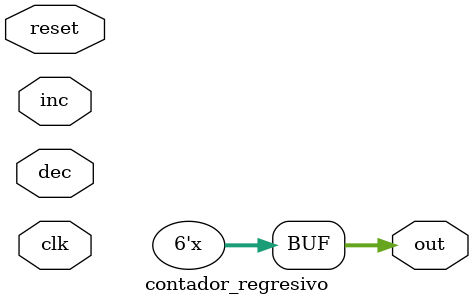
<source format=sv>
module contador_regresivo(input clk, reset, dec, inc,
									output reg[5:0] out);
								  
//always @ (posedge clk) begin
//	if (!reset)
//		out <= 9;
//	
//	else begin
////		if (out == 0) begin
////		end
////		
////		else
////			out <= out - 1;
//	
//	end
//end

always @ (dec, inc) begin
	if (!dec)
		out <= out - 1;
		
	if (!inc)
		out <= out + 1;
	
end
	
endmodule
</source>
